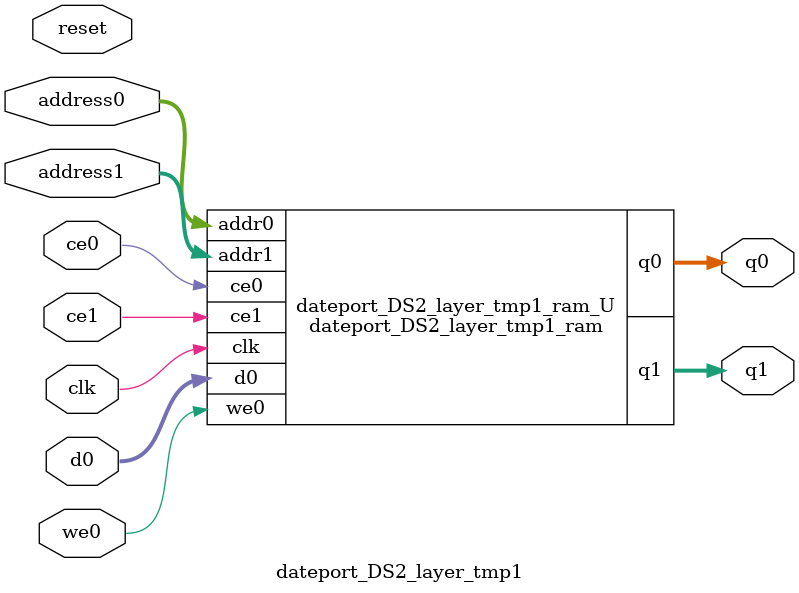
<source format=v>

`timescale 1 ns / 1 ps
module dateport_DS2_layer_tmp1_ram (addr0, ce0, d0, we0, q0, addr1, ce1, q1,  clk);

parameter DWIDTH = 32;
parameter AWIDTH = 13;
parameter MEM_SIZE = 5184;

input[AWIDTH-1:0] addr0;
input ce0;
input[DWIDTH-1:0] d0;
input we0;
output reg[DWIDTH-1:0] q0;
input[AWIDTH-1:0] addr1;
input ce1;
output reg[DWIDTH-1:0] q1;
input clk;

(* ram_style = "block" *)reg [DWIDTH-1:0] ram[MEM_SIZE-1:0];




always @(posedge clk)  
begin 
    if (ce0) 
    begin
        if (we0) 
        begin 
            ram[addr0] <= d0; 
            q0 <= d0;
        end 
        else 
            q0 <= ram[addr0];
    end
end


always @(posedge clk)  
begin 
    if (ce1) 
    begin
            q1 <= ram[addr1];
    end
end


endmodule


`timescale 1 ns / 1 ps
module dateport_DS2_layer_tmp1(
    reset,
    clk,
    address0,
    ce0,
    we0,
    d0,
    q0,
    address1,
    ce1,
    q1);

parameter DataWidth = 32'd32;
parameter AddressRange = 32'd5184;
parameter AddressWidth = 32'd13;
input reset;
input clk;
input[AddressWidth - 1:0] address0;
input ce0;
input we0;
input[DataWidth - 1:0] d0;
output[DataWidth - 1:0] q0;
input[AddressWidth - 1:0] address1;
input ce1;
output[DataWidth - 1:0] q1;



dateport_DS2_layer_tmp1_ram dateport_DS2_layer_tmp1_ram_U(
    .clk( clk ),
    .addr0( address0 ),
    .ce0( ce0 ),
    .d0( d0 ),
    .we0( we0 ),
    .q0( q0 ),
    .addr1( address1 ),
    .ce1( ce1 ),
    .q1( q1 ));

endmodule


</source>
